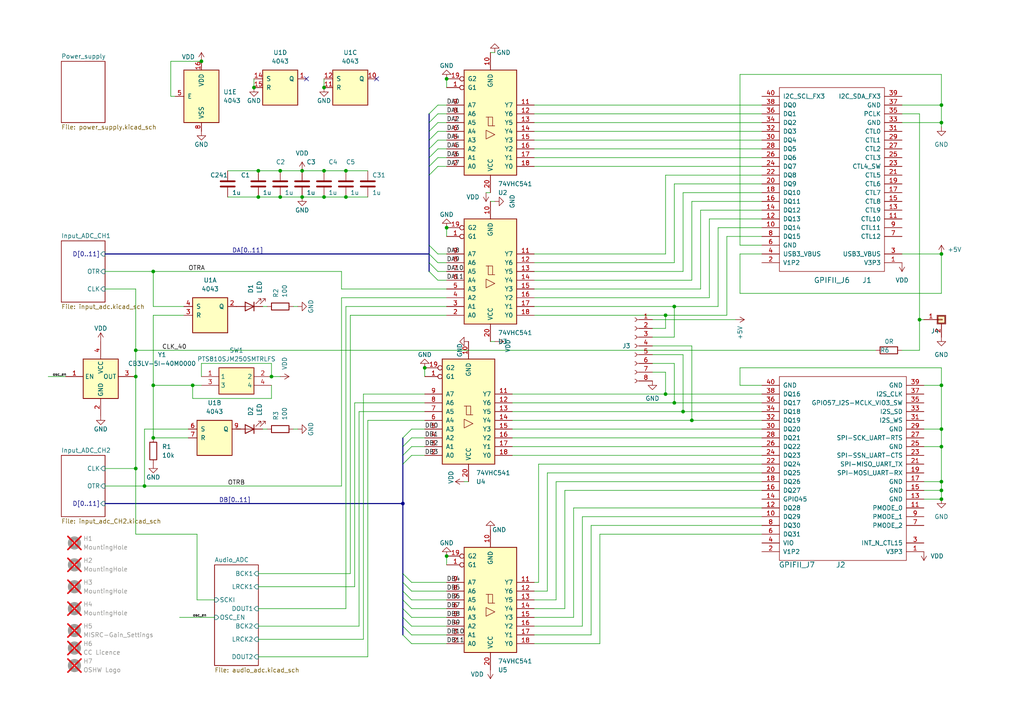
<source format=kicad_sch>
(kicad_sch (version 20231120) (generator "eeschema") (generator_version "8.0")
  (paper "A4")
  (title_block (title "MISRC") (date "2025-04-04") (rev "2.0") (comment 1 "Digital Interface"))
  (lib_symbols
    (symbol "4043:4043" (pin_names (offset 1.016))
      (property "Reference" "U" (at -7.62 8.89 0))
      (property "Value" "4043" (at -7.62 -8.89 0))
      (symbol "4043_1_1"
        (pin output line (at 7.62 2.54 180) (length 2.54) (name "Q") (number "2"))
        (pin input line (at -7.62 0 0) (length 2.54) (name "R") (number "3"))
        (pin input line (at -7.62 2.54 0) (length 2.54) (name "S") (number "4"))
      )
      (symbol "4043_2_1"
        (pin input line (at -7.62 2.54 0) (length 2.54) (name "S") (number "6"))
        (pin input line (at -7.62 0 0) (length 2.54) (name "R") (number "7"))
        (pin output line (at 7.62 2.54 180) (length 2.54) (name "Q") (number "9"))
      )
      (symbol "4043_3_1"
        (pin output line (at 7.62 2.54 180) (length 2.54) (name "Q") (number "10"))
        (pin input line (at -7.62 0 0) (length 2.54) (name "R") (number "11"))
        (pin input line (at -7.62 2.54 0) (length 2.54) (name "S") (number "12"))
      )
      (symbol "4043_4_1"
        (pin output line (at 7.62 2.54 180) (length 2.54) (name "Q") (number "1"))
        (pin input line (at -7.62 2.54 0) (length 2.54) (name "S") (number "14"))
        (pin input line (at -7.62 0 0) (length 2.54) (name "R") (number "15"))
      )
      (symbol "4043_5_0"
        (pin power_in line (at 0 10.16 270) (length 2.54) (name "VDD") (number "16"))
        (pin input line (at -7.62 0 0) (length 2.54) (name "E") (number "5"))
        (pin power_in line (at 0 -10.16 90) (length 2.54) (name "VSS") (number "8"))
      )
    )
    (symbol "74xx:74LS541" (pin_names (offset 1.016))
      (property "Reference" "U" (at -7.62 16.51 0))
      (property "Value" "74LS541" (at -7.62 -16.51 0))
      (symbol "74LS541_1_0"
        (pin input inverted (at -12.7 -10.16 0) (length 5.08) (name "G1") (number "1"))
        (pin power_in line (at 0 -20.32 90) (length 5.08) (name "GND") (number "10"))
        (pin tri_state line (at 12.7 -5.08 180) (length 5.08) (name "Y7") (number "11"))
        (pin tri_state line (at 12.7 -2.54 180) (length 5.08) (name "Y6") (number "12"))
        (pin tri_state line (at 12.7 0 180) (length 5.08) (name "Y5") (number "13"))
        (pin tri_state line (at 12.7 2.54 180) (length 5.08) (name "Y4") (number "14"))
        (pin tri_state line (at 12.7 5.08 180) (length 5.08) (name "Y3") (number "15"))
        (pin tri_state line (at 12.7 7.62 180) (length 5.08) (name "Y2") (number "16"))
        (pin tri_state line (at 12.7 10.16 180) (length 5.08) (name "Y1") (number "17"))
        (pin tri_state line (at 12.7 12.7 180) (length 5.08) (name "Y0") (number "18"))
        (pin input inverted (at -12.7 -12.7 0) (length 5.08) (name "G2") (number "19"))
        (pin input line (at -12.7 12.7 0) (length 5.08) (name "A0") (number "2"))
        (pin power_in line (at 0 20.32 270) (length 5.08) (name "VCC") (number "20"))
        (pin input line (at -12.7 10.16 0) (length 5.08) (name "A1") (number "3"))
        (pin input line (at -12.7 7.62 0) (length 5.08) (name "A2") (number "4"))
        (pin input line (at -12.7 5.08 0) (length 5.08) (name "A3") (number "5"))
        (pin input line (at -12.7 2.54 0) (length 5.08) (name "A4") (number "6"))
        (pin input line (at -12.7 0 0) (length 5.08) (name "A5") (number "7"))
        (pin input line (at -12.7 -2.54 0) (length 5.08) (name "A6") (number "8"))
        (pin input line (at -12.7 -5.08 0) (length 5.08) (name "A7") (number "9"))
      )
    )
    (symbol "Connector:Conn_01x08_Socket" (pin_names (offset 1.016) hide)
      (property "Reference" "J" (at 0 10.16 0))
      (property "Value" "Conn_01x08_Socket" (at 0 -12.7 0))
      (symbol "Conn_01x08_Socket_1_1"
        (pin passive line (at -5.08 7.62 0) (length 3.81) (name "Pin_1") (number "1"))
        (pin passive line (at -5.08 5.08 0) (length 3.81) (name "Pin_2") (number "2"))
        (pin passive line (at -5.08 2.54 0) (length 3.81) (name "Pin_3") (number "3"))
        (pin passive line (at -5.08 0 0) (length 3.81) (name "Pin_4") (number "4"))
        (pin passive line (at -5.08 -2.54 0) (length 3.81) (name "Pin_5") (number "5"))
        (pin passive line (at -5.08 -5.08 0) (length 3.81) (name "Pin_6") (number "6"))
        (pin passive line (at -5.08 -7.62 0) (length 3.81) (name "Pin_7") (number "7"))
        (pin passive line (at -5.08 -10.16 0) (length 3.81) (name "Pin_8") (number "8"))
      )
    )
    (symbol "Connector_Generic_Shielded:Conn_01x01_Shielded" (pin_names (offset 1.016) hide)
      (property "Reference" "J1" (at -2.54 3.81 0))
      (symbol "Conn_01x01_Shielded_1_1"
        (pin passive line (at -5.08 0 0) (length 4.064) (name "Pin_1") (number "1"))
        (pin passive line (at 0 -5.08 90) (length 3.81) (name "Shield") (number "2"))
      )
    )
    (symbol "Device:C" (pin_numbers hide) (pin_names (offset 0.254))
      (property "Reference" "C" (at 0.635 2.54 0))
      (property "Value" "C" (at 0.635 -2.54 0))
      (symbol "C_1_1"
        (pin passive line (at 0 3.81 270) (length 2.794) (name "~") (number "1"))
        (pin passive line (at 0 -3.81 90) (length 2.794) (name "~") (number "2"))
      )
    )
    (symbol "Device:LED" (pin_numbers hide) (pin_names (offset 1.016) hide)
      (property "Reference" "D" (at 0 2.54 0))
      (property "Value" "LED" (at 0 -2.54 0))
      (symbol "LED_1_1"
        (pin passive line (at -3.81 0 0) (length 2.54) (name "K") (number "1"))
        (pin passive line (at 3.81 0 180) (length 2.54) (name "A") (number "2"))
      )
    )
    (symbol "Device:R" (pin_numbers hide) (pin_names (offset 0))
      (property "Reference" "R" (at 2.032 0 90))
      (property "Value" "R" (at 0 0 90))
      (symbol "R_1_1"
        (pin passive line (at 0 3.81 270) (length 1.27) (name "~") (number "1"))
        (pin passive line (at 0 -3.81 90) (length 1.27) (name "~") (number "2"))
      )
    )
    (symbol "Mechanical:MountingHole" (pin_names (offset 1.016))
      (property "Reference" "H" (at 0 5.08 0))
      (property "Value" "MountingHole" (at 0 3.175 0))
    )
    (symbol "PTS810SJM250SMTRLFS:PTS810SJM250SMTRLFS"
      (property "Reference" "S" (at 16.51 7.62 0))
      (property "Value" "PTS810SJM250SMTRLFS" (at 16.51 5.08 0))
      (symbol "PTS810SJM250SMTRLFS_1_1"
        (pin passive line (at 0 0 0) (length 5.08) (name "1") (number "1"))
        (pin passive line (at 20.32 0 180) (length 5.08) (name "2") (number "2"))
        (pin passive line (at 0 -2.54 0) (length 5.08) (name "3") (number "3"))
        (pin passive line (at 20.32 -2.54 180) (length 5.08) (name "4") (number "4"))
      )
    )
    (symbol "cb3lv-5i-40m0000_p:CB3LV-5I-40M0000"
      (property "Reference" "Y1" (at 30.48 3.7786 0))
      (property "Value" "CB3LV-5I-40M0000" (at 30.48 1.2386 0))
      (symbol "CB3LV-5I-40M0000_1_1"
        (pin passive line (at 2.54 -2.54 0) (length 5.08) (name "EN") (number "1"))
        (pin passive line (at 12.7 -13.97 90) (length 5.08) (name "GND") (number "2"))
        (pin passive line (at 22.86 -2.54 180) (length 5.08) (name "OUT") (number "3"))
        (pin passive line (at 12.7 7.62 270) (length 5.08) (name "VCC") (number "4"))
      )
    )
    (symbol "gpifii_j6:GPIFII_J6" (pin_names (offset 1.016))
      (property "Reference" "J3" (at -10.16 27.94 0))
      (property "Value" "GPIFII_J6" (at 0 27.94 0))
      (symbol "GPIFII_J6_1_1"
        (pin power_in line (at -20.32 22.86 0) (length 5.08) (name "V3P3") (number "1"))
        (pin bidirectional line (at 20.32 12.7 180) (length 5.08) (name "DQ14") (number "10"))
        (pin bidirectional line (at -20.32 10.16 0) (length 5.08) (name "CTL10") (number "11"))
        (pin bidirectional line (at 20.32 10.16 180) (length 5.08) (name "DQ13") (number "12"))
        (pin bidirectional line (at -20.32 7.62 0) (length 5.08) (name "CTL9") (number "13"))
        (pin bidirectional line (at 20.32 7.62 180) (length 5.08) (name "DQ12") (number "14"))
        (pin bidirectional line (at -20.32 5.08 0) (length 5.08) (name "CTL8") (number "15"))
        (pin bidirectional line (at 20.32 5.08 180) (length 5.08) (name "DQ11") (number "16"))
        (pin bidirectional line (at -20.32 2.54 0) (length 5.08) (name "CTL7") (number "17"))
        (pin bidirectional line (at 20.32 2.54 180) (length 5.08) (name "DQ10") (number "18"))
        (pin bidirectional line (at -20.32 0 0) (length 5.08) (name "CTL6") (number "19"))
        (pin power_out line (at 20.32 22.86 180) (length 5.08) (name "V1P2") (number "2"))
        (pin bidirectional line (at 20.32 0 180) (length 5.08) (name "DQ9") (number "20"))
        (pin bidirectional line (at -20.32 -2.54 0) (length 5.08) (name "CTL5") (number "21"))
        (pin bidirectional line (at 20.32 -2.54 180) (length 5.08) (name "DQ8") (number "22"))
        (pin bidirectional line (at -20.32 -5.08 0) (length 5.08) (name "CTL4_SW") (number "23"))
        (pin bidirectional line (at 20.32 -5.08 180) (length 5.08) (name "DQ7") (number "24"))
        (pin bidirectional line (at -20.32 -7.62 0) (length 5.08) (name "CTL3") (number "25"))
        (pin bidirectional line (at 20.32 -7.62 180) (length 5.08) (name "DQ6") (number "26"))
        (pin bidirectional line (at -20.32 -10.16 0) (length 5.08) (name "CTL2") (number "27"))
        (pin bidirectional line (at 20.32 -10.16 180) (length 5.08) (name "DQ5") (number "28"))
        (pin bidirectional line (at -20.32 -12.7 0) (length 5.08) (name "CTL1") (number "29"))
        (pin power_in line (at -20.32 20.32 0) (length 5.08) (name "USB3_VBUS") (number "3"))
        (pin bidirectional line (at 20.32 -12.7 180) (length 5.08) (name "DQ4") (number "30"))
        (pin bidirectional line (at -20.32 -15.24 0) (length 5.08) (name "CTL0") (number "31"))
        (pin bidirectional line (at 20.32 -15.24 180) (length 5.08) (name "DQ3") (number "32"))
        (pin power_in line (at -20.32 -17.78 0) (length 5.08) (name "GND") (number "33"))
        (pin bidirectional line (at 20.32 -17.78 180) (length 5.08) (name "DQ2") (number "34"))
        (pin bidirectional line (at -20.32 -20.32 0) (length 5.08) (name "PCLK") (number "35"))
        (pin bidirectional line (at 20.32 -20.32 180) (length 5.08) (name "DQ1") (number "36"))
        (pin power_in line (at -20.32 -22.86 0) (length 5.08) (name "GND") (number "37"))
        (pin bidirectional line (at 20.32 -22.86 180) (length 5.08) (name "DQ0") (number "38"))
        (pin bidirectional line (at -20.32 -25.4 0) (length 5.08) (name "I2C_SDA_FX3") (number "39"))
        (pin power_in line (at 20.32 20.32 180) (length 5.08) (name "USB3_VBUS") (number "4"))
        (pin bidirectional line (at 20.32 -25.4 180) (length 5.08) (name "I2C_SCL_FX3") (number "40"))
        (pin power_in line (at 20.32 17.78 180) (length 5.08) (name "GND") (number "6"))
        (pin bidirectional line (at -20.32 15.24 0) (length 5.08) (name "CTL12") (number "7"))
        (pin bidirectional line (at 20.32 15.24 180) (length 5.08) (name "DQ15") (number "8"))
        (pin bidirectional line (at -20.32 12.7 0) (length 5.08) (name "CTL11") (number "9"))
      )
    )
    (symbol "gpifii_j7:GPIFII_J7" (pin_names (offset 1.016))
      (property "Reference" "J4" (at 0 26.67 0))
      (property "Value" "GPIFII_J7" (at 12.7 26.67 0))
      (symbol "GPIFII_J7_1_1"
        (pin power_in line (at -24.13 22.86 0) (length 5.08) (name "V3P3") (number "1"))
        (pin bidirectional line (at 22.86 12.7 180) (length 5.08) (name "DQ29") (number "10"))
        (pin bidirectional line (at -24.13 10.16 0) (length 5.08) (name "PMODE_0") (number "11"))
        (pin bidirectional line (at 22.86 10.16 180) (length 5.08) (name "DQ28") (number "12"))
        (pin power_in line (at -24.13 7.62 0) (length 5.08) (name "GND") (number "13"))
        (pin bidirectional line (at 22.86 7.62 180) (length 5.08) (name "GPIO45") (number "14"))
        (pin power_in line (at -24.13 5.08 0) (length 5.08) (name "GND") (number "15"))
        (pin bidirectional line (at 22.86 5.08 180) (length 5.08) (name "DQ27") (number "16"))
        (pin power_in line (at -24.13 2.54 0) (length 5.08) (name "GND") (number "17"))
        (pin bidirectional line (at 22.86 2.54 180) (length 5.08) (name "DQ26") (number "18"))
        (pin bidirectional line (at -24.13 0 0) (length 5.08) (name "SPI-MOSI_UART-RX") (number "19"))
        (pin power_in line (at 22.86 22.86 180) (length 5.08) (name "V1P2") (number "2"))
        (pin bidirectional line (at 22.86 0 180) (length 5.08) (name "DQ25") (number "20"))
        (pin bidirectional line (at -24.13 -2.54 0) (length 5.08) (name "SPI-MISO_UART_TX") (number "21"))
        (pin bidirectional line (at 22.86 -2.54 180) (length 5.08) (name "DQ24") (number "22"))
        (pin bidirectional line (at -24.13 -5.08 0) (length 5.08) (name "SPI-SSN_UART-CTS") (number "23"))
        (pin bidirectional line (at 22.86 -5.08 180) (length 5.08) (name "DQ23") (number "24"))
        (pin power_in line (at -24.13 -7.62 0) (length 5.08) (name "GND") (number "25"))
        (pin bidirectional line (at 22.86 -7.62 180) (length 5.08) (name "DQ22") (number "26"))
        (pin bidirectional line (at -24.13 -10.16 0) (length 5.08) (name "SPI-SCK_UART-RTS") (number "27"))
        (pin bidirectional line (at 22.86 -10.16 180) (length 5.08) (name "DQ21") (number "28"))
        (pin power_in line (at -24.13 -12.7 0) (length 5.08) (name "GND") (number "29"))
        (pin bidirectional line (at -24.13 20.32 0) (length 5.08) (name "INT_N_CTL15") (number "3"))
        (pin bidirectional line (at 22.86 -12.7 180) (length 5.08) (name "DQ20") (number "30"))
        (pin bidirectional line (at -24.13 -15.24 0) (length 5.08) (name "I2S_WS") (number "31"))
        (pin bidirectional line (at 22.86 -15.24 180) (length 5.08) (name "DQ19") (number "32"))
        (pin bidirectional line (at -24.13 -17.78 0) (length 5.08) (name "I2S_SD") (number "33"))
        (pin bidirectional line (at 22.86 -17.78 180) (length 5.08) (name "DQ18") (number "34"))
        (pin bidirectional line (at -24.13 -20.32 0) (length 5.08) (name "GPIO57_I2S-MCLK_VIO3_SW") (number "35"))
        (pin bidirectional line (at 22.86 -20.32 180) (length 5.08) (name "DQ17") (number "36"))
        (pin bidirectional line (at -24.13 -22.86 0) (length 5.08) (name "I2S_CLK") (number "37"))
        (pin bidirectional line (at 22.86 -22.86 180) (length 5.08) (name "DQ16") (number "38"))
        (pin power_in line (at -24.13 -25.4 0) (length 5.08) (name "GND") (number "39"))
        (pin power_out line (at 22.86 20.32 180) (length 5.08) (name "VIO") (number "4"))
        (pin power_in line (at 22.86 -25.4 180) (length 5.08) (name "GND") (number "40"))
        (pin bidirectional line (at 22.86 17.78 180) (length 5.08) (name "DQ31") (number "6"))
        (pin bidirectional line (at -24.13 15.24 0) (length 5.08) (name "PMODE_2") (number "7"))
        (pin bidirectional line (at 22.86 15.24 180) (length 5.08) (name "DQ30") (number "8"))
        (pin bidirectional line (at -24.13 12.7 0) (length 5.08) (name "PMODE_1") (number "9"))
      )
    )
    (symbol "power:+5V" (power) (pin_names (offset 0))
      (property "Value" "+5V" (at 0 3.556 0))
      (symbol "+5V_1_1"
        (pin power_in line (at 0 0 90) (length 0) hide (name "+5V") (number "1"))
      )
    )
    (symbol "power:GND" (power) (pin_names (offset 0))
      (property "Value" "GND" (at 0 -3.81 0))
      (symbol "GND_1_1"
        (pin power_in line (at 0 0 270) (length 0) hide (name "GND") (number "1"))
      )
    )
    (symbol "power:VDD" (power) (pin_names (offset 0))
      (property "Value" "VDD" (at 0 3.81 0))
      (symbol "VDD_1_1"
        (pin power_in line (at 0 0 90) (length 0) hide (name "VDD") (number "1"))
      )
    )
  )
  (junction (at 44.45 78.74))
  (junction (at 74.93 49.53))
  (junction (at 55.88 111.76))
  (junction (at 273.05 73.66))
  (junction (at 87.63 57.15))
  (junction (at 195.58 88.9))
  (junction (at 81.28 49.53))
  (junction (at 200.66 121.92))
  (junction (at 100.33 57.15))
  (junction (at 129.54 161.29))
  (junction (at 273.05 129.54))
  (junction (at 273.05 144.78))
  (junction (at 198.12 119.38))
  (junction (at 44.45 111.76))
  (junction (at 39.37 135.89))
  (junction (at 93.98 57.15))
  (junction (at 73.66 25.4))
  (junction (at 123.19 106.68))
  (junction (at 58.42 17.78))
  (junction (at 100.33 49.53))
  (junction (at 116.84 146.05))
  (junction (at 129.54 22.86))
  (junction (at 266.7 92.71))
  (junction (at 273.05 139.7))
  (junction (at 39.37 109.22))
  (junction (at 193.04 91.44))
  (junction (at 44.45 127))
  (junction (at 129.54 66.04))
  (junction (at 273.05 35.56))
  (junction (at 39.37 101.6))
  (junction (at 93.98 49.53))
  (junction (at 195.58 116.84))
  (junction (at 87.63 49.53))
  (junction (at 193.04 114.3))
  (junction (at 93.98 25.4))
  (junction (at 81.28 57.15))
  (junction (at 273.05 111.76))
  (junction (at 273.05 142.24))
  (junction (at 41.91 140.97))
  (junction (at 273.05 124.46))
  (junction (at 74.93 57.15))
  (junction (at 78.74 109.22))
  (junction (at 273.05 30.48))
  (no_connect (at 88.9 22.86))
  (no_connect (at 109.22 22.86))
  (bus_entry (at 124.46 43.18) (size 2.54 -2.54))
  (bus_entry (at 116.84 134.62) (size 2.54 -2.54))
  (bus_entry (at 116.84 132.08) (size 2.54 -2.54))
  (bus_entry (at 116.84 171.45) (size 2.54 2.54))
  (bus_entry (at 124.46 50.8) (size 2.54 -2.54))
  (bus_entry (at 116.84 129.54) (size 2.54 -2.54))
  (bus_entry (at 124.46 73.66) (size 2.54 2.54))
  (bus_entry (at 116.84 176.53) (size 2.54 2.54))
  (bus_entry (at 116.84 184.15) (size 2.54 2.54))
  (bus_entry (at 124.46 38.1) (size 2.54 -2.54))
  (bus_entry (at 124.46 78.74) (size 2.54 2.54))
  (bus_entry (at 124.46 35.56) (size 2.54 -2.54))
  (bus_entry (at 124.46 71.12) (size 2.54 2.54))
  (bus_entry (at 116.84 179.07) (size 2.54 2.54))
  (bus_entry (at 124.46 48.26) (size 2.54 -2.54))
  (bus_entry (at 116.84 166.37) (size 2.54 2.54))
  (bus_entry (at 116.84 168.91) (size 2.54 2.54))
  (bus_entry (at 124.46 33.02) (size 2.54 -2.54))
  (bus_entry (at 116.84 173.99) (size 2.54 2.54))
  (bus_entry (at 124.46 45.72) (size 2.54 -2.54))
  (bus_entry (at 116.84 127) (size 2.54 -2.54))
  (bus_entry (at 124.46 40.64) (size 2.54 -2.54))
  (bus_entry (at 116.84 181.61) (size 2.54 2.54))
  (bus_entry (at 124.46 76.2) (size 2.54 2.54))
  (wire (pts (xy 273.05 129.54) (xy 267.97 129.54)))
  (wire (pts (xy 193.04 50.8) (xy 220.98 50.8)))
  (wire (pts (xy 74.93 190.5) (xy 106.68 190.5)))
  (wire (pts (xy 214.63 71.12) (xy 220.98 71.12)))
  (wire (pts (xy 78.74 115.57) (xy 55.88 115.57)))
  (wire (pts (xy 102.87 116.84) (xy 102.87 170.18)))
  (wire (pts (xy 127 73.66) (xy 129.54 73.66)))
  (wire (pts (xy 171.45 152.4) (xy 171.45 184.15)))
  (wire (pts (xy 273.05 124.46) (xy 267.97 124.46)))
  (wire (pts (xy 87.63 57.15) (xy 93.98 57.15)))
  (wire (pts (xy 73.66 22.86) (xy 73.66 25.4)))
  (wire (pts (xy 143.51 58.42) (xy 142.24 58.42)))
  (wire (pts (xy 193.04 50.8) (xy 193.04 73.66)))
  (wire (pts (xy 101.6 91.44) (xy 129.54 91.44)))
  (wire (pts (xy 104.14 119.38) (xy 123.19 119.38)))
  (wire (pts (xy 261.62 73.66) (xy 273.05 73.66)))
  (wire (pts (xy 198.12 55.88) (xy 220.98 55.88)))
  (bus (pts (xy 116.84 173.99) (xy 116.84 176.53)))
  (wire (pts (xy 154.94 181.61) (xy 168.91 181.61)))
  (bus (pts (xy 124.46 38.1) (xy 124.46 40.64)))
  (wire (pts (xy 214.63 106.68) (xy 273.05 106.68)))
  (wire (pts (xy 129.54 163.83) (xy 129.54 161.29)))
  (wire (pts (xy 105.41 114.3) (xy 123.19 114.3)))
  (bus (pts (xy 116.84 179.07) (xy 116.84 181.61)))
  (wire (pts (xy 52.07 179.07) (xy 62.23 179.07)))
  (wire (pts (xy 214.63 85.09) (xy 273.05 85.09)))
  (wire (pts (xy 189.23 107.95) (xy 193.04 107.95)))
  (wire (pts (xy 195.58 53.34) (xy 195.58 76.2)))
  (wire (pts (xy 100.33 88.9) (xy 129.54 88.9)))
  (wire (pts (xy 74.93 181.61) (xy 104.14 181.61)))
  (wire (pts (xy 214.63 21.59) (xy 214.63 71.12)))
  (wire (pts (xy 273.05 21.59) (xy 273.05 30.48)))
  (wire (pts (xy 127 40.64) (xy 129.54 40.64)))
  (wire (pts (xy 74.93 176.53) (xy 100.33 176.53)))
  (wire (pts (xy 154.94 83.82) (xy 203.2 83.82)))
  (wire (pts (xy 195.58 116.84) (xy 220.98 116.84)))
  (wire (pts (xy 154.94 91.44) (xy 193.04 91.44)))
  (wire (pts (xy 30.48 140.97) (xy 41.91 140.97)))
  (wire (pts (xy 203.2 60.96) (xy 220.98 60.96)))
  (bus (pts (xy 124.46 43.18) (xy 124.46 45.72)))
  (wire (pts (xy 66.04 49.53) (xy 74.93 49.53)))
  (wire (pts (xy 166.37 147.32) (xy 166.37 179.07)))
  (wire (pts (xy 119.38 176.53) (xy 129.54 176.53)))
  (wire (pts (xy 54.61 124.46) (xy 41.91 124.46)))
  (wire (pts (xy 119.38 129.54) (xy 123.19 129.54)))
  (bus (pts (xy 116.84 129.54) (xy 116.84 132.08)))
  (wire (pts (xy 189.23 92.71) (xy 213.36 92.71)))
  (wire (pts (xy 189.23 100.33) (xy 200.66 100.33)))
  (wire (pts (xy 140.97 55.88) (xy 142.24 55.88)))
  (wire (pts (xy 198.12 119.38) (xy 220.98 119.38)))
  (wire (pts (xy 273.05 129.54) (xy 273.05 124.46)))
  (wire (pts (xy 193.04 114.3) (xy 220.98 114.3)))
  (wire (pts (xy 85.09 88.9) (xy 86.36 88.9)))
  (wire (pts (xy 78.74 105.41) (xy 78.74 109.22)))
  (wire (pts (xy 214.63 73.66) (xy 220.98 73.66)))
  (wire (pts (xy 76.2 88.9) (xy 77.47 88.9)))
  (wire (pts (xy 210.82 68.58) (xy 220.98 68.58)))
  (wire (pts (xy 100.33 57.15) (xy 106.68 57.15)))
  (wire (pts (xy 129.54 25.4) (xy 129.54 22.86)))
  (wire (pts (xy 57.15 154.94) (xy 39.37 154.94)))
  (wire (pts (xy 87.63 49.53) (xy 93.98 49.53)))
  (wire (pts (xy 105.41 114.3) (xy 105.41 185.42)))
  (wire (pts (xy 198.12 102.87) (xy 198.12 119.38)))
  (wire (pts (xy 57.15 173.99) (xy 57.15 154.94)))
  (wire (pts (xy 154.94 179.07) (xy 166.37 179.07)))
  (wire (pts (xy 41.91 140.97) (xy 99.06 140.97)))
  (wire (pts (xy 127 81.28) (xy 129.54 81.28)))
  (wire (pts (xy 154.94 76.2) (xy 195.58 76.2)))
  (wire (pts (xy 99.06 83.82) (xy 99.06 78.74)))
  (wire (pts (xy 44.45 78.74) (xy 44.45 88.9)))
  (wire (pts (xy 154.94 45.72) (xy 220.98 45.72)))
  (wire (pts (xy 39.37 101.6) (xy 254 101.6)))
  (wire (pts (xy 154.94 30.48) (xy 220.98 30.48)))
  (wire (pts (xy 195.58 105.41) (xy 195.58 116.84)))
  (wire (pts (xy 69.85 124.46) (xy 68.58 124.46)))
  (wire (pts (xy 30.48 78.74) (xy 44.45 78.74)))
  (bus (pts (xy 116.84 127) (xy 116.84 129.54)))
  (wire (pts (xy 198.12 55.88) (xy 198.12 78.74)))
  (wire (pts (xy 102.87 116.84) (xy 123.19 116.84)))
  (wire (pts (xy 119.38 171.45) (xy 129.54 171.45)))
  (wire (pts (xy 156.21 134.62) (xy 220.98 134.62)))
  (wire (pts (xy 127 45.72) (xy 129.54 45.72)))
  (bus (pts (xy 116.84 134.62) (xy 116.84 146.05)))
  (wire (pts (xy 74.93 49.53) (xy 81.28 49.53)))
  (wire (pts (xy 214.63 85.09) (xy 214.63 73.66)))
  (wire (pts (xy 154.94 38.1) (xy 220.98 38.1)))
  (wire (pts (xy 49.53 17.78) (xy 58.42 17.78)))
  (wire (pts (xy 266.7 92.71) (xy 267.97 92.71)))
  (wire (pts (xy 30.48 83.82) (xy 39.37 83.82)))
  (wire (pts (xy 163.83 142.24) (xy 220.98 142.24)))
  (wire (pts (xy 119.38 181.61) (xy 129.54 181.61)))
  (wire (pts (xy 148.59 124.46) (xy 220.98 124.46)))
  (bus (pts (xy 124.46 71.12) (xy 124.46 73.66)))
  (wire (pts (xy 148.59 121.92) (xy 200.66 121.92)))
  (wire (pts (xy 261.62 101.6) (xy 266.7 101.6)))
  (wire (pts (xy 13.97 109.22) (xy 19.05 109.22)))
  (wire (pts (xy 62.23 173.99) (xy 57.15 173.99)))
  (wire (pts (xy 200.66 100.33) (xy 200.66 121.92)))
  (bus (pts (xy 116.84 168.91) (xy 116.84 171.45)))
  (wire (pts (xy 189.23 97.79) (xy 195.58 97.79)))
  (wire (pts (xy 142.24 99.06) (xy 143.51 99.06)))
  (wire (pts (xy 214.63 106.68) (xy 214.63 111.76)))
  (wire (pts (xy 81.28 49.53) (xy 87.63 49.53)))
  (wire (pts (xy 148.59 129.54) (xy 220.98 129.54)))
  (wire (pts (xy 154.94 186.69) (xy 173.99 186.69)))
  (wire (pts (xy 154.94 81.28) (xy 200.66 81.28)))
  (wire (pts (xy 119.38 186.69) (xy 129.54 186.69)))
  (wire (pts (xy 195.58 53.34) (xy 220.98 53.34)))
  (wire (pts (xy 200.66 121.92) (xy 220.98 121.92)))
  (wire (pts (xy 273.05 124.46) (xy 273.05 111.76)))
  (wire (pts (xy 99.06 140.97) (xy 99.06 86.36)))
  (wire (pts (xy 78.74 109.22) (xy 81.28 109.22)))
  (bus (pts (xy 116.84 132.08) (xy 116.84 134.62)))
  (wire (pts (xy 161.29 139.7) (xy 220.98 139.7)))
  (wire (pts (xy 273.05 111.76) (xy 267.97 111.76)))
  (wire (pts (xy 200.66 58.42) (xy 200.66 81.28)))
  (wire (pts (xy 93.98 57.15) (xy 100.33 57.15)))
  (wire (pts (xy 93.98 49.53) (xy 100.33 49.53)))
  (wire (pts (xy 154.94 48.26) (xy 220.98 48.26)))
  (wire (pts (xy 273.05 142.24) (xy 267.97 142.24)))
  (wire (pts (xy 101.6 166.37) (xy 101.6 91.44)))
  (wire (pts (xy 220.98 66.04) (xy 208.28 66.04)))
  (wire (pts (xy 119.38 173.99) (xy 129.54 173.99)))
  (wire (pts (xy 273.05 73.66) (xy 273.05 85.09)))
  (wire (pts (xy 39.37 154.94) (xy 39.37 135.89)))
  (wire (pts (xy 154.94 168.91) (xy 156.21 168.91)))
  (wire (pts (xy 44.45 91.44) (xy 53.34 91.44)))
  (wire (pts (xy 214.63 111.76) (xy 220.98 111.76)))
  (wire (pts (xy 205.74 63.5) (xy 205.74 86.36)))
  (wire (pts (xy 74.93 166.37) (xy 101.6 166.37)))
  (wire (pts (xy 154.94 173.99) (xy 161.29 173.99)))
  (wire (pts (xy 76.2 124.46) (xy 77.47 124.46)))
  (wire (pts (xy 208.28 66.04) (xy 208.28 88.9)))
  (wire (pts (xy 119.38 132.08) (xy 123.19 132.08)))
  (wire (pts (xy 220.98 147.32) (xy 166.37 147.32)))
  (wire (pts (xy 100.33 176.53) (xy 100.33 88.9)))
  (bus (pts (xy 116.84 171.45) (xy 116.84 173.99)))
  (bus (pts (xy 124.46 50.8) (xy 124.46 71.12)))
  (bus (pts (xy 116.84 181.61) (xy 116.84 184.15)))
  (bus (pts (xy 30.48 73.66) (xy 124.46 73.66)))
  (wire (pts (xy 195.58 88.9) (xy 208.28 88.9)))
  (wire (pts (xy 39.37 83.82) (xy 39.37 101.6)))
  (wire (pts (xy 273.05 35.56) (xy 273.05 30.48)))
  (wire (pts (xy 148.59 116.84) (xy 195.58 116.84)))
  (wire (pts (xy 127 78.74) (xy 129.54 78.74)))
  (wire (pts (xy 154.94 184.15) (xy 171.45 184.15)))
  (wire (pts (xy 106.68 121.92) (xy 123.19 121.92)))
  (wire (pts (xy 55.88 115.57) (xy 55.88 111.76)))
  (wire (pts (xy 74.93 170.18) (xy 102.87 170.18)))
  (wire (pts (xy 210.82 68.58) (xy 210.82 91.44)))
  (wire (pts (xy 273.05 144.78) (xy 273.05 142.24)))
  (wire (pts (xy 100.33 49.53) (xy 106.68 49.53)))
  (wire (pts (xy 189.23 105.41) (xy 195.58 105.41)))
  (wire (pts (xy 99.06 86.36) (xy 129.54 86.36)))
  (wire (pts (xy 143.51 15.24) (xy 142.24 15.24)))
  (bus (pts (xy 124.46 40.64) (xy 124.46 43.18)))
  (wire (pts (xy 200.66 58.42) (xy 220.98 58.42)))
  (wire (pts (xy 163.83 142.24) (xy 163.83 176.53)))
  (bus (pts (xy 116.84 166.37) (xy 116.84 168.91)))
  (wire (pts (xy 273.05 139.7) (xy 273.05 129.54)))
  (wire (pts (xy 127 76.2) (xy 129.54 76.2)))
  (bus (pts (xy 116.84 176.53) (xy 116.84 179.07)))
  (wire (pts (xy 154.94 176.53) (xy 163.83 176.53)))
  (wire (pts (xy 39.37 109.22) (xy 39.37 135.89)))
  (wire (pts (xy 267.97 144.78) (xy 273.05 144.78)))
  (wire (pts (xy 81.28 57.15) (xy 87.63 57.15)))
  (bus (pts (xy 30.48 146.05) (xy 116.84 146.05)))
  (wire (pts (xy 273.05 111.76) (xy 273.05 106.68)))
  (wire (pts (xy 261.62 33.02) (xy 266.7 33.02)))
  (wire (pts (xy 161.29 139.7) (xy 161.29 173.99)))
  (wire (pts (xy 261.62 35.56) (xy 273.05 35.56)))
  (wire (pts (xy 273.05 139.7) (xy 267.97 139.7)))
  (wire (pts (xy 156.21 134.62) (xy 156.21 168.91)))
  (wire (pts (xy 154.94 86.36) (xy 205.74 86.36)))
  (wire (pts (xy 193.04 95.25) (xy 193.04 91.44)))
  (wire (pts (xy 58.42 109.22) (xy 58.42 105.41)))
  (wire (pts (xy 127 35.56) (xy 129.54 35.56)))
  (wire (pts (xy 154.94 78.74) (xy 198.12 78.74)))
  (wire (pts (xy 127 30.48) (xy 129.54 30.48)))
  (bus (pts (xy 124.46 35.56) (xy 124.46 38.1)))
  (wire (pts (xy 154.94 88.9) (xy 195.58 88.9)))
  (wire (pts (xy 78.74 111.76) (xy 78.74 115.57)))
  (wire (pts (xy 93.98 22.86) (xy 93.98 25.4)))
  (wire (pts (xy 74.93 57.15) (xy 81.28 57.15)))
  (wire (pts (xy 154.94 73.66) (xy 193.04 73.66)))
  (wire (pts (xy 39.37 135.89) (xy 30.48 135.89)))
  (wire (pts (xy 106.68 190.5) (xy 106.68 121.92)))
  (bus (pts (xy 116.84 146.05) (xy 116.84 166.37)))
  (wire (pts (xy 214.63 21.59) (xy 273.05 21.59)))
  (wire (pts (xy 44.45 111.76) (xy 55.88 111.76)))
  (wire (pts (xy 50.8 27.94) (xy 49.53 27.94)))
  (wire (pts (xy 41.91 124.46) (xy 41.91 140.97)))
  (wire (pts (xy 44.45 111.76) (xy 44.45 127)))
  (wire (pts (xy 49.53 27.94) (xy 49.53 17.78)))
  (wire (pts (xy 119.38 179.07) (xy 129.54 179.07)))
  (wire (pts (xy 193.04 91.44) (xy 210.82 91.44)))
  (wire (pts (xy 189.23 95.25) (xy 193.04 95.25)))
  (wire (pts (xy 173.99 154.94) (xy 173.99 186.69)))
  (wire (pts (xy 154.94 171.45) (xy 158.75 171.45)))
  (wire (pts (xy 104.14 181.61) (xy 104.14 119.38)))
  (wire (pts (xy 158.75 137.16) (xy 220.98 137.16)))
  (wire (pts (xy 261.62 30.48) (xy 273.05 30.48)))
  (wire (pts (xy 119.38 124.46) (xy 123.19 124.46)))
  (wire (pts (xy 39.37 101.6) (xy 39.37 109.22)))
  (wire (pts (xy 220.98 152.4) (xy 171.45 152.4)))
  (wire (pts (xy 148.59 114.3) (xy 193.04 114.3)))
  (wire (pts (xy 273.05 142.24) (xy 273.05 139.7)))
  (wire (pts (xy 66.04 57.15) (xy 74.93 57.15)))
  (wire (pts (xy 220.98 149.86) (xy 168.91 149.86)))
  (bus (pts (xy 124.46 48.26) (xy 124.46 50.8)))
  (wire (pts (xy 127 33.02) (xy 129.54 33.02)))
  (wire (pts (xy 195.58 97.79) (xy 195.58 88.9)))
  (wire (pts (xy 74.93 185.42) (xy 105.41 185.42)))
  (wire (pts (xy 85.09 124.46) (xy 86.36 124.46)))
  (wire (pts (xy 148.59 132.08) (xy 220.98 132.08)))
  (wire (pts (xy 148.59 119.38) (xy 198.12 119.38)))
  (wire (pts (xy 58.42 105.41) (xy 78.74 105.41)))
  (wire (pts (xy 154.94 33.02) (xy 220.98 33.02)))
  (wire (pts (xy 134.62 139.7) (xy 135.89 139.7)))
  (wire (pts (xy 193.04 107.95) (xy 193.04 114.3)))
  (wire (pts (xy 173.99 154.94) (xy 220.98 154.94)))
  (wire (pts (xy 119.38 127) (xy 123.19 127)))
  (wire (pts (xy 129.54 83.82) (xy 99.06 83.82)))
  (wire (pts (xy 129.54 68.58) (xy 129.54 66.04)))
  (wire (pts (xy 273.05 36.83) (xy 273.05 35.56)))
  (wire (pts (xy 123.19 109.22) (xy 123.19 106.68)))
  (wire (pts (xy 44.45 88.9) (xy 53.34 88.9)))
  (wire (pts (xy 266.7 33.02) (xy 266.7 92.71)))
  (wire (pts (xy 119.38 168.91) (xy 129.54 168.91)))
  (wire (pts (xy 127 43.18) (xy 129.54 43.18)))
  (wire (pts (xy 154.94 35.56) (xy 220.98 35.56)))
  (wire (pts (xy 203.2 60.96) (xy 203.2 83.82)))
  (wire (pts (xy 154.94 43.18) (xy 220.98 43.18)))
  (wire (pts (xy 127 38.1) (xy 129.54 38.1)))
  (wire (pts (xy 189.23 102.87) (xy 198.12 102.87)))
  (wire (pts (xy 168.91 149.86) (xy 168.91 181.61)))
  (bus (pts (xy 124.46 33.02) (xy 124.46 35.56)))
  (wire (pts (xy 266.7 92.71) (xy 266.7 101.6)))
  (bus (pts (xy 124.46 73.66) (xy 124.46 76.2)))
  (bus (pts (xy 124.46 76.2) (xy 124.46 78.74)))
  (bus (pts (xy 124.46 45.72) (xy 124.46 48.26)))
  (wire (pts (xy 54.61 127) (xy 44.45 127)))
  (wire (pts (xy 127 48.26) (xy 129.54 48.26)))
  (wire (pts (xy 55.88 111.76) (xy 58.42 111.76)))
  (wire (pts (xy 148.59 127) (xy 220.98 127)))
  (wire (pts (xy 44.45 91.44) (xy 44.45 111.76)))
  (wire (pts (xy 205.74 63.5) (xy 220.98 63.5)))
  (wire (pts (xy 158.75 137.16) (xy 158.75 171.45)))
  (wire (pts (xy 154.94 40.64) (xy 220.98 40.64)))
  (wire (pts (xy 119.38 184.15) (xy 129.54 184.15)))
  (wire (pts (xy 44.45 78.74) (xy 99.06 78.74)))
  (label "DA1" (at 129.54 33.02 0))
  (label "DA9" (at 129.54 76.2 0))
  (label "DB10" (at 129.54 184.15 0))
  (label "DB[0..11]" (at 63.5 146.05 0))
  (label "DA8" (at 129.54 73.66 0))
  (label "DA5" (at 129.54 43.18 0))
  (label "DB6" (at 129.54 173.99 0))
  (label "DA2" (at 129.54 35.56 0))
  (label "DA6" (at 129.54 45.72 0))
  (label "DB3" (at 123.19 132.08 0))
  (label "DA3" (at 129.54 38.1 0))
  (label "CLK_40" (at 46.99 101.6 0))
  (label "OTRB" (at 66.04 140.97 0))
  (label "DB2" (at 123.19 129.54 0))
  (label "DA4" (at 129.54 40.64 0))
  (label "DB1" (at 123.19 127 0))
  (label "DB0" (at 123.19 124.46 0))
  (label "DB9" (at 129.54 181.61 0))
  (label "osc_en" (at 15.24 109.22 0) (effects (font (size 0.762 0.762))))
  (label "DA0" (at 129.54 30.48 0))
  (label "DB11" (at 129.54 186.69 0))
  (label "DA7" (at 129.54 48.26 0))
  (label "DA[0..11]" (at 67.31 73.66 0))
  (label "DB7" (at 129.54 176.53 0))
  (label "OTRA" (at 54.61 78.74 0))
  (label "DB8" (at 129.54 179.07 0))
  (label "osc_en" (at 55.88 179.07 0) (effects (font (size 0.762 0.762))))
  (label "DB5" (at 129.54 171.45 0))
  (label "DA11" (at 129.54 81.28 0))
  (label "DB4" (at 129.54 168.91 0))
  (label "DA10" (at 129.54 78.74 0))
  (symbol (lib_id "Device:C") (at 93.98 53.34 0) (unit 1)
    (property "Reference" "C4" (at 95.25 46.99 0) (effects (justify left)))
    (property "Value" "1u" (at 95.25 55.88 0) (effects (justify left)))
    (property "Footprint" "Capacitor_SMD:C_0603_1608Metric" (effects (hide yes)))
    (property "Manufacturer_Part_Number" "GRM188D71H105KE01D " (effects (hide yes)))
  )
  (symbol (lib_id "cb3lv-5i-40m0000_p:CB3LV-5I-40M0000") (at 16.51 106.68 0) (unit 1)
    (property "Reference" "Y1" (at 46.99 102.9014 0))
    (property "Value" "CB3LV-5I-40M0000" (at 46.99 105.4414 0))
    (property "Footprint" "Footprints:CB3LV5I40M0000" (effects (hide yes)))
    (property "Datasheet" "https://componentsearchengine.com/Datasheets/1/CB3LV-5I-40M0000.pdf" (effects (hide yes)))
    (property "Description" "Standard Clock Oscillators 40.0MHz 3.3V -40C +85C 25ppm" (effects (hide yes)))
    (property "Height" "1.8" (effects (hide yes)))
    (property "Mouser Part Number" "774-CB3LV-5I-40M0000" (effects (hide yes)))
    (property "Mouser Price/Stock" "https://www.mouser.com/Search/Refine.aspx?Keyword=774-CB3LV-5I-40M0000" (effects (hide yes)))
    (property "Manufacturer_Name" "CTS" (effects (hide yes)))
    (property "Manufacturer_Part_Number" "CB3LV-5I-40M0000" (effects (hide yes)))
  )
  (symbol (lib_id "Connector_Generic_Shielded:Conn_01x01_Shielded") (at 273.05 92.71 0) (unit 1)
    (property "Reference" "J4" (at 270.002 96.012 0) (effects (justify left)))
    (property "Value" "Conn_01x01_Shielded" (effects (hide yes)))
    (property "Footprint" "Footprints:SMA_Amphenol_901-144_Vertical2" (effects (hide yes)))
    (property "Manufacturer_Part_Number" "RF2-04A-T-00-50-G" (effects (hide yes)))
  )
  (symbol (lib_id "power:GND") (at 189.23 110.49 0) (mirror y) (unit 1)
    (property "Reference" "#PWR045" (effects (hide yes)))
    (property "Value" "GND" (at 189.23 115.57 0))
  )
  (symbol (lib_id "power:VDD") (at 261.62 76.2 180) (unit 1)
    (property "Reference" "#PWR01" (effects (hide yes)))
    (property "Value" "VDD" (at 261.62 81.28 0))
  )
  (symbol (lib_id "Device:C") (at 81.28 53.34 0) (unit 1)
    (property "Reference" "C2" (at 80.01 46.99 0) (effects (justify left)))
    (property "Value" "1u" (at 82.55 55.88 0) (effects (justify left)))
    (property "Footprint" "Capacitor_SMD:C_0603_1608Metric" (effects (hide yes)))
    (property "Manufacturer_Part_Number" "GRM188D71H105KE01D " (effects (hide yes)))
  )
  (symbol (lib_id "power:VDD") (at 29.21 99.06 0) (unit 1)
    (property "Reference" "#PWR0251" (effects (hide yes)))
    (property "Value" "VDD" (at 29.21 95.25 0))
  )
  (symbol (lib_id "power:GND") (at 135.89 99.06 270) (mirror x) (unit 1)
    (property "Reference" "#PWR017" (effects (hide yes)))
    (property "Value" "GND" (at 133.35 101.6 0))
  )
  (symbol (lib_id "74xx:74LS541") (at 135.89 119.38 0) (mirror x) (unit 1)
    (property "Reference" "U4" (at 138.0841 139.7 0) (effects (justify left)))
    (property "Value" "74VHC541" (at 138.0841 137.16 0) (effects (justify left)))
    (property "Footprint" "Package_SO:SOIC-20W_7.5x12.8mm_P1.27mm" (effects (hide yes)))
    (property "Datasheet" "http://www.ti.com/lit/gpn/sn74LS541" (effects (hide yes)))
    (property "Manufacturer_Part_Number" "74VHC541D,118" (effects (hide yes)))
  )
  (symbol (lib_id "power:VDD") (at 140.97 55.88 0) (mirror x) (unit 1)
    (property "Reference" "#PWR016" (effects (hide yes)))
    (property "Value" "VDD" (at 137.16 57.15 0))
  )
  (symbol (lib_id "power:GND") (at 58.42 38.1 0) (unit 1)
    (property "Reference" "#PWR04" (effects (hide yes)))
    (property "Value" "GND" (at 58.42 41.91 0))
  )
  (symbol (lib_id "Mechanical:MountingHole") (at 21.59 157.48 0) (unit 1) (dnp yes)
    (property "Reference" "H1" (at 24.13 156.21 0) (effects (justify left)))
    (property "Value" "MountingHole" (at 24.13 158.75 0) (effects (justify left)))
    (property "Footprint" "MountingHole:MountingHole_3.2mm_M3" (effects (hide yes)))
  )
  (symbol (lib_id "power:GND") (at 273.05 97.79 0) (mirror y) (unit 1)
    (property "Reference" "#PWR026" (effects (hide yes)))
    (property "Value" "GND" (at 273.05 102.87 0))
  )
  (symbol (lib_id "4043:4043") (at 60.96 91.44 0) (unit 1)
    (property "Reference" "U1" (at 60.96 81.28 0))
    (property "Value" "4043" (at 60.96 83.82 0))
    (property "Footprint" "Package_SO:SO-16_3.9x9.9mm_P1.27mm" (effects (hide yes)))
    (property "Datasheet" "http://www.onsemi.com/pub/Collateral/MC14043B-D.PDF" (effects (hide yes)))
    (property "Manufacturer_Part_Number" "HEF4043BT-Q100J" (effects (hide yes)))
  )
  (symbol (lib_id "power:GND") (at 273.05 144.78 0) (unit 1)
    (property "Reference" "#PWR025" (effects (hide yes)))
    (property "Value" "GND" (at 273.05 149.86 0))
  )
  (symbol (lib_id "power:GND") (at 123.19 106.68 0) (mirror x) (unit 1)
    (property "Reference" "#PWR012" (effects (hide yes)))
    (property "Value" "GND" (at 123.19 102.87 0))
  )
  (symbol (lib_id "4043:4043") (at 62.23 127 0) (unit 2)
    (property "Reference" "U1" (at 62.23 116.84 0))
    (property "Value" "4043" (at 62.23 119.38 0))
    (property "Footprint" "Package_SO:SO-16_3.9x9.9mm_P1.27mm" (effects (hide yes)))
    (property "Datasheet" "http://www.onsemi.com/pub/Collateral/MC14043B-D.PDF" (effects (hide yes)))
    (property "Manufacturer_Part_Number" "HEF4043BT-Q100J" (effects (hide yes)))
  )
  (symbol (lib_id "Device:C") (at 100.33 53.34 0) (unit 1)
    (property "Reference" "C5" (at 100.33 46.99 0) (effects (justify left)))
    (property "Value" "1u" (at 101.6 55.88 0) (effects (justify left)))
    (property "Footprint" "Capacitor_SMD:C_0603_1608Metric" (effects (hide yes)))
    (property "Manufacturer_Part_Number" "GRM188D71H105KE01D " (effects (hide yes)))
  )
  (symbol (lib_id "gpifii_j7:GPIFII_J7") (at 243.84 137.16 180) (unit 1)
    (property "Reference" "J2" (at 243.84 163.83 0) (effects (font (size 1.524 1.524))))
    (property "Value" "GPIFII_J7" (at 231.14 163.83 0) (effects (font (size 1.524 1.524))))
    (property "Footprint" "Footprints:PinHeader_2x20_P2.54mm_Vertical-1" (effects (hide yes)))
    (property "Manufacturer_Part_Number" "61302021121" (effects (hide yes)))
  )
  (symbol (lib_id "power:GND") (at 29.21 120.65 0) (unit 1)
    (property "Reference" "#PWR0250" (effects (hide yes)))
    (property "Value" "GND" (at 29.21 124.46 0))
  )
  (symbol (lib_id "power:VDD") (at 267.97 160.02 180) (unit 1)
    (property "Reference" "#PWR022" (effects (hide yes)))
    (property "Value" "VDD" (at 271.78 161.29 0))
  )
  (symbol (lib_id "Mechanical:MountingHole") (at 21.59 163.83 0) (unit 1) (dnp yes)
    (property "Reference" "H2" (at 24.13 162.56 0) (effects (justify left)))
    (property "Value" "MountingHole" (at 24.13 165.1 0) (effects (justify left)))
    (property "Footprint" "MountingHole:MountingHole_3.2mm_M3" (effects (hide yes)))
  )
  (symbol (lib_id "power:GND") (at 44.45 134.62 0) (unit 1)
    (property "Reference" "#PWR02" (effects (hide yes)))
    (property "Value" "GND" (at 44.45 138.43 0))
  )
  (symbol (lib_id "power:VDD") (at 87.63 49.53 0) (unit 1)
    (property "Reference" "#PWR08" (effects (hide yes)))
    (property "Value" "VDD" (at 87.63 44.45 0))
  )
  (symbol (lib_id "Connector:Conn_01x08_Socket") (at 184.15 100.33 0) (mirror y) (unit 1)
    (property "Reference" "J3" (at 182.88 100.33 0) (effects (justify left)))
    (property "Value" "Conn_01x08_Socket" (effects (hide yes)))
    (property "Footprint" "Connector_PinHeader_2.54mm:PinHeader_1x08_P2.54mm_Vertical" (effects (hide yes)))
    (property "Manufacturer_Part_Number" "61300811121" (effects (hide yes)))
  )
  (symbol (lib_id "power:GND") (at 86.36 124.46 90) (unit 1)
    (property "Reference" "#PWR07" (effects (hide yes)))
    (property "Value" "GND" (at 90.17 124.46 0))
  )
  (symbol (lib_id "power:VDD") (at 143.51 99.06 270) (mirror x) (unit 1)
    (property "Reference" "#PWR014" (effects (hide yes)))
    (property "Value" "VDD" (at 147.32 100.33 0))
  )
  (symbol (lib_id "Mechanical:MountingHole") (at 21.59 176.53 0) (unit 1) (dnp yes)
    (property "Reference" "H4" (at 24.13 175.26 0) (effects (justify left)))
    (property "Value" "MountingHole" (at 24.13 177.8 0) (effects (justify left)))
    (property "Footprint" "MountingHole:MountingHole_3.2mm_M3" (effects (hide yes)))
  )
  (symbol (lib_id "Device:R") (at 257.81 101.6 90) (unit 1)
    (property "Reference" "R6" (at 255.27 101.6 90) (effects (justify right)))
    (property "Value" "0R" (at 256.54 99.06 90) (effects (justify right)))
    (property "Footprint" "Resistor_SMD:R_0603_1608Metric" (effects (hide yes)))
    (property "Manufacturer_Part_Number" "RC0603FR-070RL" (effects (hide yes)))
  )
  (symbol (lib_id "power:VDD") (at 134.62 139.7 90) (mirror x) (unit 1)
    (property "Reference" "#PWR015" (effects (hide yes)))
    (property "Value" "VDD" (at 130.81 138.43 0))
  )
  (symbol (lib_id "power:+5V") (at 213.36 92.71 270) (unit 1)
    (property "Reference" "#PWR044" (effects (hide yes)))
    (property "Value" "+5V" (at 214.63 96.52 0))
  )
  (symbol (lib_id "power:GND") (at 93.98 25.4 0) (unit 1)
    (property "Reference" "#PWR0238" (effects (hide yes)))
    (property "Value" "GND" (at 93.98 29.21 0))
  )
  (symbol (lib_id "Mechanical:MountingHole") (at 21.59 187.96 0) (unit 1) (dnp yes)
    (property "Reference" "H6" (at 24.13 186.6899 0) (effects (justify left)))
    (property "Value" "CC Licence" (at 24.13 189.2299 0) (effects (justify left)))
    (property "Footprint" "Footprints:CC Licence" (effects (hide yes)))
  )
  (symbol (lib_id "Mechanical:MountingHole") (at 21.59 193.04 0) (unit 1) (dnp yes)
    (property "Reference" "H7" (at 24.13 191.7699 0) (effects (justify left)))
    (property "Value" "OSHW Logo" (at 24.13 194.3099 0) (effects (justify left)))
    (property "Footprint" "Symbol:OSHW-Logo_5.7x6mm_SilkScreen" (effects (hide yes)))
  )
  (symbol (lib_id "power:GND") (at 143.51 58.42 90) (mirror x) (unit 1)
    (property "Reference" "#PWR021" (effects (hide yes)))
    (property "Value" "GND" (at 148.59 58.42 0))
  )
  (symbol (lib_id "gpifii_j6:GPIFII_J6") (at 241.3 53.34 180) (unit 1)
    (property "Reference" "J1" (at 251.46 81.28 0) (effects (font (size 1.524 1.524))))
    (property "Value" "GPIFII_J6" (at 241.3 81.28 0) (effects (font (size 1.524 1.524))))
    (property "Footprint" "Footprints:PinHeader_2x20_P2.54mm_Vertical-1" (effects (hide yes)))
    (property "Manufacturer_Part_Number" "61302021121" (effects (hide yes)))
  )
  (symbol (lib_id "4043:4043") (at 81.28 25.4 0) (unit 4)
    (property "Reference" "U1" (at 81.28 15.24 0))
    (property "Value" "4043" (at 81.28 17.78 0))
    (property "Footprint" "Package_SO:SO-16_3.9x9.9mm_P1.27mm" (effects (hide yes)))
    (property "Datasheet" "http://www.onsemi.com/pub/Collateral/MC14043B-D.PDF" (effects (hide yes)))
    (property "Manufacturer_Part_Number" "HEF4043BT-Q100J" (effects (hide yes)))
  )
  (symbol (lib_id "74xx:74LS541") (at 142.24 78.74 0) (mirror x) (unit 1)
    (property "Reference" "U3" (at 144.4341 99.06 0) (effects (justify left)))
    (property "Value" "74VHC541" (at 144.4341 96.52 0) (effects (justify left)))
    (property "Footprint" "Package_SO:SOIC-20W_7.5x12.8mm_P1.27mm" (effects (hide yes)))
    (property "Datasheet" "http://www.ti.com/lit/gpn/sn74LS541" (effects (hide yes)))
    (property "Manufacturer_Part_Number" "74VHC541D,118" (effects (hide yes)))
  )
  (symbol (lib_id "Device:R") (at 44.45 130.81 180) (unit 1)
    (property "Reference" "R1" (at 46.99 129.54 0) (effects (justify right)))
    (property "Value" "10k" (at 46.99 132.08 0) (effects (justify right)))
    (property "Footprint" "Resistor_SMD:R_0603_1608Metric" (effects (hide yes)))
    (property "Manufacturer_Part_Number" "RC0603FR-0710KL" (effects (hide yes)))
  )
  (symbol (lib_id "Device:LED") (at 72.39 88.9 180) (unit 1)
    (property "Reference" "D1" (at 72.7075 85.09 90) (effects (justify right)))
    (property "Value" "LED" (at 75.2475 85.09 90) (effects (justify right)))
    (property "Footprint" "LED_SMD:LED_0805_2012Metric_Pad1.15x1.40mm_HandSolder" (effects (hide yes)))
    (property "Manufacturer_Part_Number" "APT2012EC" (effects (hide yes)))
  )
  (symbol (lib_id "power:GND") (at 86.36 88.9 90) (unit 1)
    (property "Reference" "#PWR06" (effects (hide yes)))
    (property "Value" "GND" (at 90.17 88.9 0))
  )
  (symbol (lib_id "Mechanical:MountingHole") (at 21.59 170.18 0) (unit 1) (dnp yes)
    (property "Reference" "H3" (at 24.13 168.91 0) (effects (justify left)))
    (property "Value" "MountingHole" (at 24.13 171.45 0) (effects (justify left)))
    (property "Footprint" "MountingHole:MountingHole_3.2mm_M3" (effects (hide yes)))
  )
  (symbol (lib_id "power:VDD") (at 58.42 17.78 0) (unit 1)
    (property "Reference" "#PWR03" (effects (hide yes)))
    (property "Value" "VDD" (at 54.61 16.51 0))
  )
  (symbol (lib_id "power:GND") (at 129.54 22.86 0) (mirror x) (unit 1)
    (property "Reference" "#PWR010" (effects (hide yes)))
    (property "Value" "GND" (at 129.54 19.05 0))
  )
  (symbol (lib_id "power:GND") (at 143.51 15.24 0) (mirror x) (unit 1)
    (property "Reference" "#PWR020" (effects (hide yes)))
    (property "Value" "GND" (at 146.05 15.24 0))
  )
  (symbol (lib_id "power:GND") (at 273.05 36.83 0) (unit 1)
    (property "Reference" "#PWR023" (effects (hide yes)))
    (property "Value" "GND" (at 273.05 41.91 0))
  )
  (symbol (lib_id "power:GND") (at 142.24 153.67 0) (mirror x) (unit 1)
    (property "Reference" "#PWR019" (effects (hide yes)))
    (property "Value" "GND" (at 144.78 153.67 0))
  )
  (symbol (lib_id "power:GND") (at 73.66 25.4 0) (unit 1)
    (property "Reference" "#PWR0237" (effects (hide yes)))
    (property "Value" "GND" (at 73.66 29.21 0))
  )
  (symbol (lib_id "Device:C") (at 66.04 53.34 0) (unit 1)
    (property "Reference" "C241" (at 60.96 50.8 0) (effects (justify left)))
    (property "Value" "1u" (at 67.31 55.88 0) (effects (justify left)))
    (property "Footprint" "Capacitor_SMD:C_0603_1608Metric" (effects (hide yes)))
    (property "Manufacturer_Part_Number" "GRM188D71H105KE01D " (effects (hide yes)))
  )
  (symbol (lib_id "4043:4043") (at 101.6 25.4 0) (unit 3)
    (property "Reference" "U1" (at 101.6 15.24 0))
    (property "Value" "4043" (at 101.6 17.78 0))
    (property "Footprint" "Package_SO:SO-16_3.9x9.9mm_P1.27mm" (effects (hide yes)))
    (property "Datasheet" "http://www.onsemi.com/pub/Collateral/MC14043B-D.PDF" (effects (hide yes)))
    (property "Manufacturer_Part_Number" "HEF4043BT-Q100J" (effects (hide yes)))
  )
  (symbol (lib_id "PTS810SJM250SMTRLFS:PTS810SJM250SMTRLFS") (at 58.42 109.22 0) (unit 1)
    (property "Reference" "SW1" (at 68.58 101.6 0))
    (property "Value" "PTS810SJM250SMTRLFS" (at 68.58 104.14 0))
    (property "Footprint" "Footprints:PTS810SJG250SMTRLFS" (effects (hide yes)))
    (property "Datasheet" "https://www.ckswitches.com/media/1476/pts810.pdf" (effects (hide yes)))
    (property "Description" "PTS810SJM250SMTRLFS (Tactile Switches)" (effects (hide yes)))
    (property "Mouser Part Number" "611-PTS810SJM250SMTR" (effects (hide yes)))
    (property "Mouser Price/Stock" "https://www.mouser.co.uk/ProductDetail/CK/PTS810SJM250SMTRLFS?qs=UxeAxwACbqnyNdXLIf%2FqnQ%3D%3D" (effects (hide yes)))
    (property "Manufacturer_Name" "C & K COMPONENTS" (effects (hide yes)))
    (property "Manufacturer_Part_Number" "PTS810SJM250SMTRLFS" (effects (hide yes)))
  )
  (symbol (lib_id "Device:LED") (at 72.39 124.46 180) (unit 1)
    (property "Reference" "D2" (at 72.7075 120.65 90) (effects (justify right)))
    (property "Value" "LED" (at 75.2475 120.65 90) (effects (justify right)))
    (property "Footprint" "LED_SMD:LED_0805_2012Metric_Pad1.15x1.40mm_HandSolder" (effects (hide yes)))
    (property "Manufacturer_Part_Number" "APT2012EC" (effects (hide yes)))
  )
  (symbol (lib_id "power:GND") (at 129.54 66.04 0) (mirror x) (unit 1)
    (property "Reference" "#PWR011" (effects (hide yes)))
    (property "Value" "GND" (at 129.54 62.23 0))
  )
  (symbol (lib_id "power:+5V") (at 273.05 73.66 0) (unit 1)
    (property "Reference" "#PWR024" (effects (hide yes)))
    (property "Value" "+5V" (at 276.86 72.39 0))
  )
  (symbol (lib_id "Device:C") (at 74.93 53.34 0) (unit 1)
    (property "Reference" "C1" (at 69.85 50.8 0) (effects (justify left)))
    (property "Value" "1u" (at 76.2 55.88 0) (effects (justify left)))
    (property "Footprint" "Capacitor_SMD:C_0603_1608Metric" (effects (hide yes)))
    (property "Manufacturer_Part_Number" "GRM188D71H105KE01D " (effects (hide yes)))
  )
  (symbol (lib_id "Device:C") (at 87.63 53.34 0) (unit 1)
    (property "Reference" "C3" (at 88.9 46.99 0) (effects (justify left)))
    (property "Value" "1u" (at 88.9 55.88 0) (effects (justify left)))
    (property "Footprint" "Capacitor_SMD:C_0603_1608Metric" (effects (hide yes)))
    (property "Manufacturer_Part_Number" "GRM188D71H105KE01D " (effects (hide yes)))
  )
  (symbol (lib_id "4043:4043") (at 58.42 27.94 0) (unit 5)
    (property "Reference" "U1" (at 64.77 26.67 0) (effects (justify left)))
    (property "Value" "4043" (at 64.77 29.21 0) (effects (justify left)))
    (property "Footprint" "Package_SO:SO-16_3.9x9.9mm_P1.27mm" (effects (hide yes)))
    (property "Datasheet" "http://www.onsemi.com/pub/Collateral/MC14043B-D.PDF" (effects (hide yes)))
    (property "Manufacturer_Part_Number" "HEF4043BT-Q100J" (effects (hide yes)))
  )
  (symbol (lib_id "power:VDD") (at 81.28 109.22 270) (unit 1)
    (property "Reference" "#PWR05" (effects (hide yes)))
    (property "Value" "VDD" (at 82.55 105.41 0))
  )
  (symbol (lib_id "74xx:74LS541") (at 142.24 35.56 0) (mirror x) (unit 1)
    (property "Reference" "U2" (at 144.4341 55.88 0) (effects (justify left)))
    (property "Value" "74VHC541" (at 144.4341 53.34 0) (effects (justify left)))
    (property "Footprint" "Package_SO:SOIC-20W_7.5x12.8mm_P1.27mm" (effects (hide yes)))
    (property "Datasheet" "http://www.ti.com/lit/gpn/sn74LS541" (effects (hide yes)))
    (property "Manufacturer_Part_Number" "74VHC541D,118" (effects (hide yes)))
  )
  (symbol (lib_id "power:VDD") (at 142.24 194.31 0) (mirror x) (unit 1)
    (property "Reference" "#PWR018" (effects (hide yes)))
    (property "Value" "VDD" (at 138.43 195.58 0))
  )
  (symbol (lib_id "Device:R") (at 81.28 88.9 90) (unit 1)
    (property "Reference" "R2" (at 80.01 86.36 0) (effects (justify left)))
    (property "Value" "100" (at 82.55 86.36 0) (effects (justify left)))
    (property "Footprint" "Resistor_SMD:R_0603_1608Metric" (effects (hide yes)))
    (property "Manufacturer_Part_Number" "RC0603FR-07100RL" (effects (hide yes)))
  )
  (symbol (lib_id "74xx:74LS541") (at 142.24 173.99 0) (mirror x) (unit 1)
    (property "Reference" "U5" (at 144.4341 194.31 0) (effects (justify left)))
    (property "Value" "74VHC541" (at 144.4341 191.77 0) (effects (justify left)))
    (property "Footprint" "Package_SO:SOIC-20W_7.5x12.8mm_P1.27mm" (effects (hide yes)))
    (property "Datasheet" "http://www.ti.com/lit/gpn/sn74LS541" (effects (hide yes)))
    (property "Manufacturer_Part_Number" "74VHC541D,118" (effects (hide yes)))
  )
  (symbol (lib_id "Device:R") (at 81.28 124.46 90) (unit 1)
    (property "Reference" "R3" (at 80.01 121.92 0) (effects (justify left)))
    (property "Value" "100" (at 82.55 121.92 0) (effects (justify left)))
    (property "Footprint" "Resistor_SMD:R_0603_1608Metric" (effects (hide yes)))
    (property "Manufacturer_Part_Number" "RC0603FR-07100RL" (effects (hide yes)))
  )
  (symbol (lib_id "Device:C") (at 106.68 53.34 0) (unit 1)
    (property "Reference" "C31" (at 107.95 50.8 0) (effects (justify left)))
    (property "Value" "1u" (at 107.95 55.88 0) (effects (justify left)))
    (property "Footprint" "Capacitor_SMD:C_0603_1608Metric" (effects (hide yes)))
    (property "Manufacturer_Part_Number" "GRM188D71H105KE01D " (effects (hide yes)))
  )
  (symbol (lib_id "Mechanical:MountingHole") (at 21.59 182.88 0) (unit 1) (dnp yes)
    (property "Reference" "H5" (at 24.13 181.6099 0) (effects (justify left)))
    (property "Value" "MISRC-Gain_Settings" (at 24.13 184.1499 0) (effects (justify left)))
    (property "Footprint" "Footprints:MISRC_gain_settings" (effects (hide yes)))
  )
  (symbol (lib_id "power:GND") (at 87.63 57.15 0) (unit 1)
    (property "Reference" "#PWR09" (effects (hide yes)))
    (property "Value" "GND" (at 87.63 60.96 0))
  )
  (symbol (lib_id "power:GND") (at 129.54 161.29 0) (mirror x) (unit 1)
    (property "Reference" "#PWR013" (effects (hide yes)))
    (property "Value" "GND" (at 129.54 157.48 0))
  )
  (sheet (at 62.23 163.83) (size 12.7 29.21) (stroke (width 0.1524))
    (property "Sheetname" "Audio_ADC" (at 62.23 163.1184 0) (effects (justify left bottom)))
    (property "Sheetfile" "audio_adc.kicad_sch" (at 62.23 193.6246 0) (effects (justify left top)))
    (pin "SCKI" input (at 62.23 173.99 180))
    (pin "BCK2" input (at 74.93 181.61 0))
    (pin "LRCK2" input (at 74.93 185.42 0))
    (pin "DOUT2" input (at 74.93 190.5 0))
    (pin "BCK1" input (at 74.93 166.37 0))
    (pin "LRCK1" input (at 74.93 170.18 0))
    (pin "DOUT1" input (at 74.93 176.53 0))
    (pin "OSC_EN" input (at 62.23 179.07 180))
  )
  (sheet (at 17.78 17.78) (size 12.7 17.78) (stroke (width 0.1524))
    (property "Sheetname" "Power_supply" (at 17.78 17.0684 0) (effects (justify left bottom)))
    (property "Sheetfile" "power_supply.kicad_sch" (at 17.78 36.1446 0) (effects (justify left top)))
  )
  (sheet (at 17.78 132.08) (size 12.7 17.78) (stroke (width 0.1524))
    (property "Sheetname" "Input_ADC_CH2" (at 17.78 131.3684 0) (effects (justify left bottom)))
    (property "Sheetfile" "input_adc_CH2.kicad_sch" (at 17.78 150.4446 0) (effects (justify left top)))
    (pin "D[0..11]" input (at 30.48 146.05 0))
    (pin "CLK" input (at 30.48 135.89 0))
    (pin "OTR" input (at 30.48 140.97 0))
  )
  (sheet (at 17.78 69.85) (size 12.7 17.78) (stroke (width 0.1524))
    (property "Sheetname" "Input_ADC_CH1" (at 17.78 69.1384 0) (effects (justify left bottom)))
    (property "Sheetfile" "input_adc.kicad_sch" (at 17.78 88.2146 0) (effects (justify left top)))
    (pin "D[0..11]" input (at 30.48 73.66 0))
    (pin "CLK" input (at 30.48 83.82 0))
    (pin "OTR" input (at 30.48 78.74 0))
  )
)
</source>
